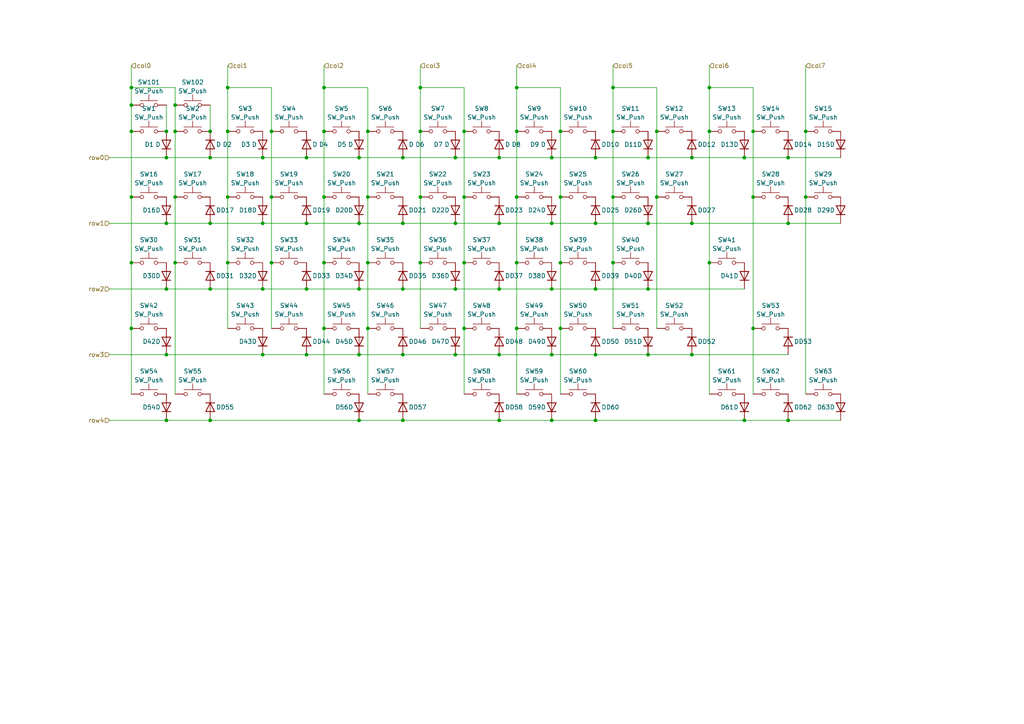
<source format=kicad_sch>
(kicad_sch (version 20211123) (generator eeschema)
  (paper "A4")
  (lib_symbols
    (symbol "Device:D" (pin_numbers hide) (pin_names (offset 1.016) hide)
      (property "Reference" "D" (at 0 2.54 0))
      (property "Value" "D" (at 0 -2.54 0))
      (symbol "D_0_1"
        (polyline (pts (xy -1.27 1.27) (xy -1.27 -1.27)) (stroke (width 0.254)))
        (polyline (pts (xy 1.27 0) (xy -1.27 0)))
        (polyline (pts (xy 1.27 1.27) (xy 1.27 -1.27) (xy -1.27 0) (xy 1.27 1.27)) (stroke (width 0.254)))
      )
      (symbol "D_1_1"
        (pin passive line (at -3.81 0 0) (length 2.54) (name "K") (number "1"))
        (pin passive line (at 3.81 0 180) (length 2.54) (name "A") (number "2"))
      )
    )
    (symbol "Switch:SW_Push" (pin_numbers hide) (pin_names (offset 1.016) hide)
      (property "Reference" "SW" (at 1.27 2.54 0))
      (property "Value" "SW_Push" (at 0 -1.524 0))
      (symbol "SW_Push_0_1"
        (circle (center -2.032 0) (radius 0.508))
        (polyline (pts (xy 0 1.27) (xy 0 3.048)))
        (polyline (pts (xy 2.54 1.27) (xy -2.54 1.27)))
        (circle (center 2.032 0) (radius 0.508))
        (pin passive line (at -5.08 0 0) (length 2.54) (name "1") (number "1"))
        (pin passive line (at 5.08 0 180) (length 2.54) (name "2") (number "2"))
      )
    )
  )
  (junction (at 48.26 45.72))
  (junction (at 50.8 38.1))
  (junction (at 149.86 95.25))
  (junction (at 116.84 102.87))
  (junction (at 172.72 45.72))
  (junction (at 66.04 57.15))
  (junction (at 172.72 64.77))
  (junction (at 121.92 57.15))
  (junction (at 116.84 121.92))
  (junction (at 66.04 76.2))
  (junction (at 104.14 121.92))
  (junction (at 106.68 95.25))
  (junction (at 88.9 64.77))
  (junction (at 48.26 83.82))
  (junction (at 48.26 102.87))
  (junction (at 134.62 76.2))
  (junction (at 149.86 76.2))
  (junction (at 162.56 57.15))
  (junction (at 132.08 64.77))
  (junction (at 93.98 38.1))
  (junction (at 60.96 83.82))
  (junction (at 50.8 30.48))
  (junction (at 160.02 102.87))
  (junction (at 233.68 38.1))
  (junction (at 50.8 57.15))
  (junction (at 93.98 95.25))
  (junction (at 218.44 95.25))
  (junction (at 48.26 38.1))
  (junction (at 134.62 95.25))
  (junction (at 66.04 38.1))
  (junction (at 48.26 121.92))
  (junction (at 121.92 76.2))
  (junction (at 172.72 102.87))
  (junction (at 60.96 38.1))
  (junction (at 50.8 76.2))
  (junction (at 218.44 57.15))
  (junction (at 106.68 76.2))
  (junction (at 218.44 38.1))
  (junction (at 60.96 64.77))
  (junction (at 144.78 102.87))
  (junction (at 121.92 38.1))
  (junction (at 160.02 121.92))
  (junction (at 104.14 83.82))
  (junction (at 160.02 64.77))
  (junction (at 38.1 38.1))
  (junction (at 162.56 95.25))
  (junction (at 200.66 64.77))
  (junction (at 106.68 57.15))
  (junction (at 177.8 38.1))
  (junction (at 104.14 102.87))
  (junction (at 187.96 45.72))
  (junction (at 177.8 25.4))
  (junction (at 48.26 64.77))
  (junction (at 144.78 121.92))
  (junction (at 76.2 64.77))
  (junction (at 116.84 64.77))
  (junction (at 205.74 25.4))
  (junction (at 228.6 64.77))
  (junction (at 144.78 45.72))
  (junction (at 190.5 38.1))
  (junction (at 88.9 83.82))
  (junction (at 177.8 76.2))
  (junction (at 200.66 102.87))
  (junction (at 228.6 121.92))
  (junction (at 76.2 45.72))
  (junction (at 228.6 45.72))
  (junction (at 66.04 25.4))
  (junction (at 149.86 25.4))
  (junction (at 149.86 38.1))
  (junction (at 187.96 102.87))
  (junction (at 132.08 102.87))
  (junction (at 116.84 45.72))
  (junction (at 78.74 38.1))
  (junction (at 149.86 57.15))
  (junction (at 187.96 83.82))
  (junction (at 200.66 45.72))
  (junction (at 38.1 25.4))
  (junction (at 93.98 25.4))
  (junction (at 205.74 38.1))
  (junction (at 134.62 57.15))
  (junction (at 215.9 121.92))
  (junction (at 132.08 83.82))
  (junction (at 104.14 64.77))
  (junction (at 93.98 57.15))
  (junction (at 88.9 45.72))
  (junction (at 172.72 121.92))
  (junction (at 121.92 25.4))
  (junction (at 78.74 57.15))
  (junction (at 60.96 45.72))
  (junction (at 144.78 83.82))
  (junction (at 38.1 30.48))
  (junction (at 162.56 38.1))
  (junction (at 78.74 76.2))
  (junction (at 104.14 45.72))
  (junction (at 93.98 76.2))
  (junction (at 190.5 57.15))
  (junction (at 215.9 45.72))
  (junction (at 162.56 76.2))
  (junction (at 38.1 57.15))
  (junction (at 38.1 76.2))
  (junction (at 160.02 45.72))
  (junction (at 60.96 121.92))
  (junction (at 116.84 83.82))
  (junction (at 76.2 102.87))
  (junction (at 106.68 38.1))
  (junction (at 205.74 76.2))
  (junction (at 76.2 83.82))
  (junction (at 144.78 64.77))
  (junction (at 38.1 95.25))
  (junction (at 187.96 64.77))
  (junction (at 88.9 102.87))
  (junction (at 160.02 83.82))
  (junction (at 233.68 57.15))
  (junction (at 177.8 57.15))
  (junction (at 172.72 83.82))
  (junction (at 132.08 45.72))
  (junction (at 134.62 38.1))
  (wire (pts (xy 116.84 45.72) (xy 132.08 45.72)))
  (wire (pts (xy 116.84 83.82) (xy 132.08 83.82)))
  (wire (pts (xy 66.04 76.2) (xy 66.04 95.25)))
  (wire (pts (xy 149.86 76.2) (xy 149.86 95.25)))
  (wire (pts (xy 218.44 57.15) (xy 218.44 38.1)))
  (wire (pts (xy 121.92 76.2) (xy 121.92 95.25)))
  (wire (pts (xy 66.04 38.1) (xy 66.04 57.15)))
  (wire (pts (xy 48.26 45.72) (xy 60.96 45.72)))
  (wire (pts (xy 48.26 64.77) (xy 60.96 64.77)))
  (wire (pts (xy 106.68 38.1) (xy 106.68 25.4)))
  (wire (pts (xy 116.84 121.92) (xy 144.78 121.92)))
  (wire (pts (xy 38.1 95.25) (xy 38.1 114.3)))
  (wire (pts (xy 38.1 30.48) (xy 38.1 38.1)))
  (wire (pts (xy 116.84 64.77) (xy 132.08 64.77)))
  (wire (pts (xy 78.74 25.4) (xy 66.04 25.4)))
  (wire (pts (xy 50.8 38.1) (xy 50.8 57.15)))
  (wire (pts (xy 144.78 102.87) (xy 160.02 102.87)))
  (wire (pts (xy 104.14 102.87) (xy 116.84 102.87)))
  (wire (pts (xy 121.92 25.4) (xy 121.92 38.1)))
  (wire (pts (xy 160.02 102.87) (xy 172.72 102.87)))
  (wire (pts (xy 60.96 83.82) (xy 76.2 83.82)))
  (wire (pts (xy 50.8 76.2) (xy 50.8 114.3)))
  (wire (pts (xy 38.1 38.1) (xy 38.1 57.15)))
  (wire (pts (xy 144.78 121.92) (xy 160.02 121.92)))
  (wire (pts (xy 38.1 25.4) (xy 38.1 30.48)))
  (wire (pts (xy 76.2 83.82) (xy 88.9 83.82)))
  (wire (pts (xy 106.68 95.25) (xy 106.68 76.2)))
  (wire (pts (xy 205.74 25.4) (xy 205.74 38.1)))
  (wire (pts (xy 187.96 83.82) (xy 215.9 83.82)))
  (wire (pts (xy 228.6 45.72) (xy 243.84 45.72)))
  (wire (pts (xy 160.02 121.92) (xy 172.72 121.92)))
  (wire (pts (xy 233.68 57.15) (xy 233.68 114.3)))
  (wire (pts (xy 38.1 19.05) (xy 38.1 25.4)))
  (wire (pts (xy 144.78 45.72) (xy 160.02 45.72)))
  (wire (pts (xy 162.56 38.1) (xy 162.56 25.4)))
  (wire (pts (xy 31.75 121.92) (xy 48.26 121.92)))
  (wire (pts (xy 31.75 64.77) (xy 48.26 64.77)))
  (wire (pts (xy 190.5 25.4) (xy 177.8 25.4)))
  (wire (pts (xy 50.8 25.4) (xy 50.8 30.48)))
  (wire (pts (xy 160.02 83.82) (xy 172.72 83.82)))
  (wire (pts (xy 187.96 102.87) (xy 200.66 102.87)))
  (wire (pts (xy 31.75 102.87) (xy 48.26 102.87)))
  (wire (pts (xy 132.08 102.87) (xy 144.78 102.87)))
  (wire (pts (xy 104.14 121.92) (xy 116.84 121.92)))
  (wire (pts (xy 205.74 19.05) (xy 205.74 25.4)))
  (wire (pts (xy 149.86 25.4) (xy 149.86 38.1)))
  (wire (pts (xy 205.74 38.1) (xy 205.74 76.2)))
  (wire (pts (xy 233.68 38.1) (xy 233.68 57.15)))
  (wire (pts (xy 134.62 57.15) (xy 134.62 38.1)))
  (wire (pts (xy 121.92 19.05) (xy 121.92 25.4)))
  (wire (pts (xy 66.04 57.15) (xy 66.04 76.2)))
  (wire (pts (xy 149.86 57.15) (xy 149.86 76.2)))
  (wire (pts (xy 215.9 45.72) (xy 228.6 45.72)))
  (wire (pts (xy 218.44 114.3) (xy 218.44 95.25)))
  (wire (pts (xy 162.56 76.2) (xy 162.56 57.15)))
  (wire (pts (xy 134.62 38.1) (xy 134.62 25.4)))
  (wire (pts (xy 177.8 76.2) (xy 177.8 95.25)))
  (wire (pts (xy 60.96 30.48) (xy 60.96 38.1)))
  (wire (pts (xy 172.72 64.77) (xy 187.96 64.77)))
  (wire (pts (xy 134.62 25.4) (xy 121.92 25.4)))
  (wire (pts (xy 190.5 57.15) (xy 190.5 38.1)))
  (wire (pts (xy 88.9 83.82) (xy 104.14 83.82)))
  (wire (pts (xy 93.98 19.05) (xy 93.98 25.4)))
  (wire (pts (xy 177.8 57.15) (xy 177.8 76.2)))
  (wire (pts (xy 134.62 76.2) (xy 134.62 57.15)))
  (wire (pts (xy 218.44 38.1) (xy 218.44 25.4)))
  (wire (pts (xy 60.96 64.77) (xy 76.2 64.77)))
  (wire (pts (xy 104.14 64.77) (xy 116.84 64.77)))
  (wire (pts (xy 104.14 45.72) (xy 116.84 45.72)))
  (wire (pts (xy 228.6 64.77) (xy 243.84 64.77)))
  (wire (pts (xy 172.72 121.92) (xy 215.9 121.92)))
  (wire (pts (xy 134.62 95.25) (xy 134.62 76.2)))
  (wire (pts (xy 121.92 57.15) (xy 121.92 76.2)))
  (wire (pts (xy 187.96 64.77) (xy 200.66 64.77)))
  (wire (pts (xy 106.68 76.2) (xy 106.68 57.15)))
  (wire (pts (xy 200.66 102.87) (xy 228.6 102.87)))
  (wire (pts (xy 106.68 25.4) (xy 93.98 25.4)))
  (wire (pts (xy 50.8 57.15) (xy 50.8 76.2)))
  (wire (pts (xy 38.1 25.4) (xy 50.8 25.4)))
  (wire (pts (xy 218.44 57.15) (xy 218.44 95.25)))
  (wire (pts (xy 200.66 64.77) (xy 228.6 64.77)))
  (wire (pts (xy 78.74 38.1) (xy 78.74 25.4)))
  (wire (pts (xy 76.2 64.77) (xy 88.9 64.77)))
  (wire (pts (xy 48.26 102.87) (xy 76.2 102.87)))
  (wire (pts (xy 31.75 45.72) (xy 48.26 45.72)))
  (wire (pts (xy 144.78 83.82) (xy 160.02 83.82)))
  (wire (pts (xy 38.1 76.2) (xy 38.1 95.25)))
  (wire (pts (xy 215.9 121.92) (xy 228.6 121.92)))
  (wire (pts (xy 78.74 95.25) (xy 78.74 76.2)))
  (wire (pts (xy 60.96 45.72) (xy 76.2 45.72)))
  (wire (pts (xy 93.98 76.2) (xy 93.98 95.25)))
  (wire (pts (xy 106.68 114.3) (xy 106.68 95.25)))
  (wire (pts (xy 132.08 45.72) (xy 144.78 45.72)))
  (wire (pts (xy 200.66 45.72) (xy 215.9 45.72)))
  (wire (pts (xy 177.8 25.4) (xy 177.8 38.1)))
  (wire (pts (xy 162.56 95.25) (xy 162.56 76.2)))
  (wire (pts (xy 149.86 95.25) (xy 149.86 114.3)))
  (wire (pts (xy 50.8 30.48) (xy 50.8 38.1)))
  (wire (pts (xy 228.6 121.92) (xy 243.84 121.92)))
  (wire (pts (xy 190.5 57.15) (xy 190.5 95.25)))
  (wire (pts (xy 76.2 45.72) (xy 88.9 45.72)))
  (wire (pts (xy 149.86 38.1) (xy 149.86 57.15)))
  (wire (pts (xy 78.74 57.15) (xy 78.74 38.1)))
  (wire (pts (xy 76.2 102.87) (xy 88.9 102.87)))
  (wire (pts (xy 66.04 25.4) (xy 66.04 38.1)))
  (wire (pts (xy 190.5 38.1) (xy 190.5 25.4)))
  (wire (pts (xy 132.08 83.82) (xy 144.78 83.82)))
  (wire (pts (xy 121.92 38.1) (xy 121.92 57.15)))
  (wire (pts (xy 162.56 114.3) (xy 162.56 95.25)))
  (wire (pts (xy 160.02 64.77) (xy 172.72 64.77)))
  (wire (pts (xy 88.9 45.72) (xy 104.14 45.72)))
  (wire (pts (xy 93.98 38.1) (xy 93.98 57.15)))
  (wire (pts (xy 93.98 25.4) (xy 93.98 38.1)))
  (wire (pts (xy 177.8 19.05) (xy 177.8 25.4)))
  (wire (pts (xy 205.74 76.2) (xy 205.74 114.3)))
  (wire (pts (xy 104.14 83.82) (xy 116.84 83.82)))
  (wire (pts (xy 134.62 114.3) (xy 134.62 95.25)))
  (wire (pts (xy 60.96 121.92) (xy 104.14 121.92)))
  (wire (pts (xy 48.26 121.92) (xy 60.96 121.92)))
  (wire (pts (xy 38.1 57.15) (xy 38.1 76.2)))
  (wire (pts (xy 162.56 57.15) (xy 162.56 38.1)))
  (wire (pts (xy 172.72 83.82) (xy 187.96 83.82)))
  (wire (pts (xy 31.75 83.82) (xy 48.26 83.82)))
  (wire (pts (xy 144.78 64.77) (xy 160.02 64.77)))
  (wire (pts (xy 187.96 45.72) (xy 200.66 45.72)))
  (wire (pts (xy 177.8 38.1) (xy 177.8 57.15)))
  (wire (pts (xy 116.84 102.87) (xy 132.08 102.87)))
  (wire (pts (xy 48.26 30.48) (xy 48.26 38.1)))
  (wire (pts (xy 160.02 45.72) (xy 172.72 45.72)))
  (wire (pts (xy 93.98 57.15) (xy 93.98 76.2)))
  (wire (pts (xy 132.08 64.77) (xy 144.78 64.77)))
  (wire (pts (xy 88.9 64.77) (xy 104.14 64.77)))
  (wire (pts (xy 218.44 25.4) (xy 205.74 25.4)))
  (wire (pts (xy 172.72 102.87) (xy 187.96 102.87)))
  (wire (pts (xy 149.86 19.05) (xy 149.86 25.4)))
  (wire (pts (xy 106.68 57.15) (xy 106.68 38.1)))
  (wire (pts (xy 48.26 83.82) (xy 60.96 83.82)))
  (wire (pts (xy 88.9 102.87) (xy 104.14 102.87)))
  (wire (pts (xy 93.98 95.25) (xy 93.98 114.3)))
  (wire (pts (xy 233.68 19.05) (xy 233.68 38.1)))
  (wire (pts (xy 66.04 19.05) (xy 66.04 25.4)))
  (wire (pts (xy 78.74 76.2) (xy 78.74 57.15)))
  (wire (pts (xy 162.56 25.4) (xy 149.86 25.4)))
  (wire (pts (xy 172.72 45.72) (xy 187.96 45.72)))
  (hierarchical_label "row2" (shape input) (at 31.75 83.82 180))
  (hierarchical_label "col6" (shape input) (at 205.74 19.05 0))
  (hierarchical_label "col3" (shape input) (at 121.92 19.05 0))
  (hierarchical_label "col1" (shape input) (at 66.04 19.05 0))
  (hierarchical_label "row1" (shape input) (at 31.75 64.77 180))
  (hierarchical_label "col7" (shape input) (at 233.68 19.05 0))
  (hierarchical_label "col0" (shape input) (at 38.1 19.05 0))
  (hierarchical_label "col4" (shape input) (at 149.86 19.05 0))
  (hierarchical_label "row4" (shape input) (at 31.75 121.92 180))
  (hierarchical_label "col5" (shape input) (at 177.8 19.05 0))
  (hierarchical_label "row0" (shape input) (at 31.75 45.72 180))
  (hierarchical_label "row3" (shape input) (at 31.75 102.87 180))
  (hierarchical_label "col2" (shape input) (at 93.98 19.05 0))
  (symbol (lib_id "Switch:SW_Push") (at 154.94 38.1 0) (unit 1)
    (property "Reference" "SW9" (at 154.94 31.4792 0))
    (property "Value" "SW_Push" (at 154.94 34.0161 0))
    (property "Footprint" "footprint:CherryMX_Hotswap" (effects hide))
  )
  (symbol (lib_id "Switch:SW_Push") (at 154.94 114.3 0) (unit 1)
    (property "Reference" "SW59" (at 154.94 107.6792 0))
    (property "Value" "SW_Push" (at 154.94 110.2161 0))
    (property "Footprint" "footprint:CherryMX_Hotswap_1.25U" (effects hide))
  )
  (symbol (lib_id "Device:D") (at 76.2 41.91 90) (unit 1)
    (property "Reference" "D3" (at 71.2302 41.91 90))
    (property "Value" "D" (at 73.7671 41.91 90))
    (property "Footprint" "footprint:D3_SMD_orig" (effects hide))
  )
  (symbol (lib_id "Device:D") (at 172.72 60.96 270) (unit 1)
    (property "Reference" "D25" (at 177.6898 60.96 90))
    (property "Value" "D" (at 175.1529 60.96 90))
    (property "Footprint" "footprint:D3_SMD_orig" (effects hide))
  )
  (symbol (lib_id "Device:D") (at 88.9 99.06 270) (unit 1)
    (property "Reference" "D44" (at 93.8698 99.06 90))
    (property "Value" "D" (at 91.3329 99.06 90))
    (property "Footprint" "footprint:D3_SMD_orig" (effects hide))
  )
  (symbol (lib_id "Switch:SW_Push") (at 195.58 57.15 0) (unit 1)
    (property "Reference" "SW27" (at 195.58 50.5292 0))
    (property "Value" "SW_Push" (at 195.58 53.0661 0))
    (property "Footprint" "footprint:CherryMX_Hotswap_1.5u" (effects hide))
  )
  (symbol (lib_id "Switch:SW_Push") (at 223.52 95.25 0) (unit 1)
    (property "Reference" "SW53" (at 223.52 88.6292 0))
    (property "Value" "SW_Push" (at 223.52 91.1661 0))
    (property "Footprint" "footprint:CherryMX_Hotswap" (effects hide))
  )
  (symbol (lib_id "Device:D") (at 144.78 41.91 270) (unit 1)
    (property "Reference" "D8" (at 149.7498 41.91 90))
    (property "Value" "D" (at 147.2129 41.91 90))
    (property "Footprint" "footprint:D3_SMD_orig" (effects hide))
  )
  (symbol (lib_id "Device:D") (at 144.78 60.96 270) (unit 1)
    (property "Reference" "D23" (at 149.7498 60.96 90))
    (property "Value" "D" (at 147.2129 60.96 90))
    (property "Footprint" "footprint:D3_SMD_orig" (effects hide))
  )
  (symbol (lib_id "Device:D") (at 132.08 60.96 90) (unit 1)
    (property "Reference" "D22" (at 127.1102 60.96 90))
    (property "Value" "D" (at 129.6471 60.96 90))
    (property "Footprint" "footprint:D3_SMD_orig" (effects hide))
  )
  (symbol (lib_id "Switch:SW_Push") (at 83.82 95.25 0) (unit 1)
    (property "Reference" "SW44" (at 83.82 88.6292 0))
    (property "Value" "SW_Push" (at 83.82 91.1661 0))
    (property "Footprint" "footprint:CherryMX_Hotswap" (effects hide))
  )
  (symbol (lib_id "Device:D") (at 215.9 118.11 90) (unit 1)
    (property "Reference" "D61" (at 210.9302 118.11 90))
    (property "Value" "D" (at 213.4671 118.11 90))
    (property "Footprint" "footprint:D3_SMD_orig" (effects hide))
  )
  (symbol (lib_id "Switch:SW_Push") (at 43.18 38.1 0) (unit 1)
    (property "Reference" "SW1" (at 43.18 31.4792 0))
    (property "Value" "SW_Push" (at 43.18 34.0161 0))
    (property "Footprint" "footprint:CherryMX_Hotswap" (effects hide))
  )
  (symbol (lib_id "Switch:SW_Push") (at 167.64 95.25 0) (unit 1)
    (property "Reference" "SW50" (at 167.64 88.6292 0))
    (property "Value" "SW_Push" (at 167.64 91.1661 0))
    (property "Footprint" "footprint:CherryMX_Hotswap" (effects hide))
  )
  (symbol (lib_id "Switch:SW_Push") (at 55.88 30.48 0) (unit 1)
    (property "Reference" "SW102" (at 55.88 23.8592 0))
    (property "Value" "SW_Push" (at 55.88 26.3961 0))
    (property "Footprint" "Marby_Library:CherryMXOnly_1U" (effects hide))
  )
  (symbol (lib_id "Switch:SW_Push") (at 223.52 114.3 0) (unit 1)
    (property "Reference" "SW62" (at 223.52 107.6792 0))
    (property "Value" "SW_Push" (at 223.52 110.2161 0))
    (property "Footprint" "footprint:CherryMX_Hotswap" (effects hide))
  )
  (symbol (lib_id "Switch:SW_Push") (at 195.58 38.1 0) (unit 1)
    (property "Reference" "SW12" (at 195.58 31.4792 0))
    (property "Value" "SW_Push" (at 195.58 34.0161 0))
    (property "Footprint" "footprint:CherryMX_Hotswap" (effects hide))
  )
  (symbol (lib_id "Device:D") (at 243.84 60.96 90) (unit 1)
    (property "Reference" "D29" (at 238.8702 60.96 90))
    (property "Value" "D" (at 241.4071 60.96 90))
    (property "Footprint" "footprint:D3_SMD_orig" (effects hide))
  )
  (symbol (lib_id "Switch:SW_Push") (at 167.64 114.3 0) (unit 1)
    (property "Reference" "SW60" (at 167.64 107.6792 0))
    (property "Value" "SW_Push" (at 167.64 110.2161 0))
    (property "Footprint" "footprint:CherryMX_Hotswap_1.25U" (effects hide))
  )
  (symbol (lib_id "Device:D") (at 60.96 80.01 270) (unit 1)
    (property "Reference" "D31" (at 65.9298 80.01 90))
    (property "Value" "D" (at 63.3929 80.01 90))
    (property "Footprint" "footprint:D3_SMD_orig" (effects hide))
  )
  (symbol (lib_id "Device:D") (at 243.84 118.11 90) (unit 1)
    (property "Reference" "D63" (at 238.8702 118.11 90))
    (property "Value" "D" (at 241.4071 118.11 90))
    (property "Footprint" "footprint:D3_SMD_orig" (effects hide))
  )
  (symbol (lib_id "Switch:SW_Push") (at 71.12 38.1 0) (unit 1)
    (property "Reference" "SW3" (at 71.12 31.4792 0))
    (property "Value" "SW_Push" (at 71.12 34.0161 0))
    (property "Footprint" "footprint:CherryMX_Hotswap" (effects hide))
  )
  (symbol (lib_id "Device:D") (at 160.02 60.96 90) (unit 1)
    (property "Reference" "D24" (at 155.0502 60.96 90))
    (property "Value" "D" (at 157.5871 60.96 90))
    (property "Footprint" "footprint:D3_SMD_orig" (effects hide))
  )
  (symbol (lib_id "Switch:SW_Push") (at 99.06 95.25 0) (unit 1)
    (property "Reference" "SW45" (at 99.06 88.6292 0))
    (property "Value" "SW_Push" (at 99.06 91.1661 0))
    (property "Footprint" "footprint:CherryMX_Hotswap" (effects hide))
  )
  (symbol (lib_id "Device:D") (at 48.26 60.96 90) (unit 1)
    (property "Reference" "D16" (at 43.2902 60.96 90))
    (property "Value" "D" (at 45.8271 60.96 90))
    (property "Footprint" "footprint:D3_SMD_orig" (effects hide))
  )
  (symbol (lib_id "Device:D") (at 116.84 60.96 270) (unit 1)
    (property "Reference" "D21" (at 121.8098 60.96 90))
    (property "Value" "D" (at 119.2729 60.96 90))
    (property "Footprint" "footprint:D3_SMD_orig" (effects hide))
  )
  (symbol (lib_id "Device:D") (at 172.72 99.06 270) (unit 1)
    (property "Reference" "D50" (at 177.6898 99.06 90))
    (property "Value" "D" (at 175.1529 99.06 90))
    (property "Footprint" "footprint:D3_SMD_orig" (effects hide))
  )
  (symbol (lib_id "Device:D") (at 200.66 60.96 270) (unit 1)
    (property "Reference" "D27" (at 205.6298 60.96 90))
    (property "Value" "D" (at 203.0929 60.96 90))
    (property "Footprint" "footprint:D3_SMD_orig" (effects hide))
  )
  (symbol (lib_id "Switch:SW_Push") (at 43.18 30.48 0) (unit 1)
    (property "Reference" "SW101" (at 43.18 23.8592 0))
    (property "Value" "SW_Push" (at 43.18 26.3961 0))
    (property "Footprint" "Marby_Library:CherryMXOnly_1U" (effects hide))
  )
  (symbol (lib_id "Switch:SW_Push") (at 182.88 57.15 0) (unit 1)
    (property "Reference" "SW26" (at 182.88 50.5292 0))
    (property "Value" "SW_Push" (at 182.88 53.0661 0))
    (property "Footprint" "footprint:CherryMX_Hotswap" (effects hide))
  )
  (symbol (lib_id "Switch:SW_Push") (at 111.76 76.2 0) (unit 1)
    (property "Reference" "SW35" (at 111.76 69.5792 0))
    (property "Value" "SW_Push" (at 111.76 72.1161 0))
    (property "Footprint" "footprint:CherryMX_Hotswap" (effects hide))
  )
  (symbol (lib_id "Switch:SW_Push") (at 238.76 38.1 0) (unit 1)
    (property "Reference" "SW15" (at 238.76 31.4792 0))
    (property "Value" "SW_Push" (at 238.76 34.0161 0))
    (property "Footprint" "footprint:CherryMX_Hotswap" (effects hide))
  )
  (symbol (lib_id "Switch:SW_Push") (at 71.12 95.25 0) (unit 1)
    (property "Reference" "SW43" (at 71.12 88.6292 0))
    (property "Value" "SW_Push" (at 71.12 91.1661 0))
    (property "Footprint" "footprint:CherryMX_Hotswap" (effects hide))
  )
  (symbol (lib_id "Device:D") (at 104.14 118.11 90) (unit 1)
    (property "Reference" "D56" (at 99.1702 118.11 90))
    (property "Value" "D" (at 101.7071 118.11 90))
    (property "Footprint" "footprint:D3_SMD_orig" (effects hide))
  )
  (symbol (lib_id "Device:D") (at 144.78 99.06 270) (unit 1)
    (property "Reference" "D48" (at 149.7498 99.06 90))
    (property "Value" "D" (at 147.2129 99.06 90))
    (property "Footprint" "footprint:D3_SMD_orig" (effects hide))
  )
  (symbol (lib_id "Switch:SW_Push") (at 99.06 38.1 0) (unit 1)
    (property "Reference" "SW5" (at 99.06 31.4792 0))
    (property "Value" "SW_Push" (at 99.06 34.0161 0))
    (property "Footprint" "footprint:CherryMX_Hotswap" (effects hide))
  )
  (symbol (lib_id "Switch:SW_Push") (at 55.88 57.15 0) (unit 1)
    (property "Reference" "SW17" (at 55.88 50.5292 0))
    (property "Value" "SW_Push" (at 55.88 53.0661 0))
    (property "Footprint" "footprint:CherryMX_Hotswap" (effects hide))
  )
  (symbol (lib_id "Device:D") (at 187.96 60.96 90) (unit 1)
    (property "Reference" "D26" (at 182.9902 60.96 90))
    (property "Value" "D" (at 185.5271 60.96 90))
    (property "Footprint" "footprint:D3_SMD_orig" (effects hide))
  )
  (symbol (lib_id "Switch:SW_Push") (at 99.06 114.3 0) (unit 1)
    (property "Reference" "SW56" (at 99.06 107.6792 0))
    (property "Value" "SW_Push" (at 99.06 110.2161 0))
    (property "Footprint" "footprint:CherryMX_Hotswap_1.25U" (effects hide))
  )
  (symbol (lib_id "Switch:SW_Push") (at 99.06 57.15 0) (unit 1)
    (property "Reference" "SW20" (at 99.06 50.5292 0))
    (property "Value" "SW_Push" (at 99.06 53.0661 0))
    (property "Footprint" "footprint:CherryMX_Hotswap" (effects hide))
  )
  (symbol (lib_id "Switch:SW_Push") (at 223.52 57.15 0) (unit 1)
    (property "Reference" "SW28" (at 223.52 50.5292 0))
    (property "Value" "SW_Push" (at 223.52 53.0661 0))
    (property "Footprint" "footprint:CherryMX_Hotswap" (effects hide))
  )
  (symbol (lib_id "Switch:SW_Push") (at 154.94 76.2 0) (unit 1)
    (property "Reference" "SW38" (at 154.94 69.5792 0))
    (property "Value" "SW_Push" (at 154.94 72.1161 0))
    (property "Footprint" "footprint:CherryMX_Hotswap" (effects hide))
  )
  (symbol (lib_id "Device:D") (at 200.66 99.06 270) (unit 1)
    (property "Reference" "D52" (at 205.6298 99.06 90))
    (property "Value" "D" (at 203.0929 99.06 90))
    (property "Footprint" "footprint:D3_SMD_orig" (effects hide))
  )
  (symbol (lib_id "Device:D") (at 172.72 41.91 270) (unit 1)
    (property "Reference" "D10" (at 177.6898 41.91 90))
    (property "Value" "D" (at 175.1529 41.91 90))
    (property "Footprint" "footprint:D3_SMD_orig" (effects hide))
  )
  (symbol (lib_id "Switch:SW_Push") (at 43.18 76.2 0) (unit 1)
    (property "Reference" "SW30" (at 43.18 69.5792 0))
    (property "Value" "SW_Push" (at 43.18 72.1161 0))
    (property "Footprint" "footprint:CherryMX_Hotswap_1.75u" (effects hide))
  )
  (symbol (lib_id "Device:D") (at 228.6 60.96 270) (unit 1)
    (property "Reference" "D28" (at 233.5698 60.96 90))
    (property "Value" "D" (at 231.0329 60.96 90))
    (property "Footprint" "footprint:D3_SMD_orig" (effects hide))
  )
  (symbol (lib_id "Device:D") (at 160.02 99.06 90) (unit 1)
    (property "Reference" "D49" (at 155.0502 99.06 90))
    (property "Value" "D" (at 157.5871 99.06 90))
    (property "Footprint" "footprint:D3_SMD_orig" (effects hide))
  )
  (symbol (lib_id "Device:D") (at 76.2 99.06 90) (unit 1)
    (property "Reference" "D43" (at 71.2302 99.06 90))
    (property "Value" "D" (at 73.7671 99.06 90))
    (property "Footprint" "footprint:D3_SMD_orig" (effects hide))
  )
  (symbol (lib_id "Device:D") (at 76.2 60.96 90) (unit 1)
    (property "Reference" "D18" (at 71.2302 60.96 90))
    (property "Value" "D" (at 73.7671 60.96 90))
    (property "Footprint" "footprint:D3_SMD_orig" (effects hide))
  )
  (symbol (lib_id "Device:D") (at 215.9 80.01 90) (unit 1)
    (property "Reference" "D41" (at 210.9302 80.01 90))
    (property "Value" "D" (at 213.4671 80.01 90))
    (property "Footprint" "footprint:D3_SMD_orig" (effects hide))
  )
  (symbol (lib_id "Device:D") (at 228.6 118.11 270) (unit 1)
    (property "Reference" "D62" (at 233.5698 118.11 90))
    (property "Value" "D" (at 231.0329 118.11 90))
    (property "Footprint" "footprint:D3_SMD_orig" (effects hide))
  )
  (symbol (lib_id "Device:D") (at 60.96 41.91 270) (unit 1)
    (property "Reference" "D2" (at 65.9298 41.91 90))
    (property "Value" "D" (at 63.3929 41.91 90))
    (property "Footprint" "footprint:D3_SMD_orig" (effects hide))
  )
  (symbol (lib_id "Device:D") (at 104.14 99.06 90) (unit 1)
    (property "Reference" "D45" (at 99.1702 99.06 90))
    (property "Value" "D" (at 101.7071 99.06 90))
    (property "Footprint" "footprint:D3_SMD_orig" (effects hide))
  )
  (symbol (lib_id "Switch:SW_Push") (at 55.88 76.2 0) (unit 1)
    (property "Reference" "SW31" (at 55.88 69.5792 0))
    (property "Value" "SW_Push" (at 55.88 72.1161 0))
    (property "Footprint" "footprint:CherryMX_Hotswap" (effects hide))
  )
  (symbol (lib_id "Device:D") (at 200.66 41.91 270) (unit 1)
    (property "Reference" "D12" (at 205.6298 41.91 90))
    (property "Value" "D" (at 203.0929 41.91 90))
    (property "Footprint" "footprint:D3_SMD_orig" (effects hide))
  )
  (symbol (lib_id "Device:D") (at 88.9 41.91 270) (unit 1)
    (property "Reference" "D4" (at 93.8698 41.91 90))
    (property "Value" "D" (at 91.3329 41.91 90))
    (property "Footprint" "footprint:D3_SMD_orig" (effects hide))
  )
  (symbol (lib_id "Device:D") (at 228.6 41.91 270) (unit 1)
    (property "Reference" "D14" (at 233.5698 41.91 90))
    (property "Value" "D" (at 231.0329 41.91 90))
    (property "Footprint" "footprint:D3_SMD_orig" (effects hide))
  )
  (symbol (lib_id "Device:D") (at 116.84 118.11 270) (unit 1)
    (property "Reference" "D57" (at 121.8098 118.11 90))
    (property "Value" "D" (at 119.2729 118.11 90))
    (property "Footprint" "footprint:D3_SMD_orig" (effects hide))
  )
  (symbol (lib_id "Switch:SW_Push") (at 238.76 57.15 0) (unit 1)
    (property "Reference" "SW29" (at 238.76 50.5292 0))
    (property "Value" "SW_Push" (at 238.76 53.0661 0))
    (property "Footprint" "footprint:CherryMX_Hotswap" (effects hide))
  )
  (symbol (lib_id "Switch:SW_Push") (at 238.76 114.3 0) (unit 1)
    (property "Reference" "SW63" (at 238.76 107.6792 0))
    (property "Value" "SW_Push" (at 238.76 110.2161 0))
    (property "Footprint" "footprint:CherryMX_Hotswap" (effects hide))
  )
  (symbol (lib_id "Switch:SW_Push") (at 55.88 38.1 0) (unit 1)
    (property "Reference" "SW2" (at 55.88 31.4792 0))
    (property "Value" "SW_Push" (at 55.88 34.0161 0))
    (property "Footprint" "footprint:CherryMX_Hotswap" (effects hide))
  )
  (symbol (lib_id "Device:D") (at 172.72 118.11 270) (unit 1)
    (property "Reference" "D60" (at 177.6898 118.11 90))
    (property "Value" "D" (at 175.1529 118.11 90))
    (property "Footprint" "footprint:D3_SMD_orig" (effects hide))
  )
  (symbol (lib_id "Device:D") (at 187.96 41.91 90) (unit 1)
    (property "Reference" "D11" (at 182.9902 41.91 90))
    (property "Value" "D" (at 185.5271 41.91 90))
    (property "Footprint" "footprint:D3_SMD_orig" (effects hide))
  )
  (symbol (lib_id "Switch:SW_Push") (at 71.12 76.2 0) (unit 1)
    (property "Reference" "SW32" (at 71.12 69.5792 0))
    (property "Value" "SW_Push" (at 71.12 72.1161 0))
    (property "Footprint" "footprint:CherryMX_Hotswap" (effects hide))
  )
  (symbol (lib_id "Device:D") (at 187.96 80.01 90) (unit 1)
    (property "Reference" "D40" (at 182.9902 80.01 90))
    (property "Value" "D" (at 185.5271 80.01 90))
    (property "Footprint" "footprint:D3_SMD_orig" (effects hide))
  )
  (symbol (lib_id "Switch:SW_Push") (at 139.7 57.15 0) (unit 1)
    (property "Reference" "SW23" (at 139.7 50.5292 0))
    (property "Value" "SW_Push" (at 139.7 53.0661 0))
    (property "Footprint" "footprint:CherryMX_Hotswap" (effects hide))
  )
  (symbol (lib_id "Switch:SW_Push") (at 111.76 38.1 0) (unit 1)
    (property "Reference" "SW6" (at 111.76 31.4792 0))
    (property "Value" "SW_Push" (at 111.76 34.0161 0))
    (property "Footprint" "footprint:CherryMX_Hotswap" (effects hide))
  )
  (symbol (lib_id "Device:D") (at 48.26 118.11 90) (unit 1)
    (property "Reference" "D54" (at 43.2902 118.11 90))
    (property "Value" "D" (at 45.8271 118.11 90))
    (property "Footprint" "footprint:D3_SMD_orig" (effects hide))
  )
  (symbol (lib_id "Switch:SW_Push") (at 127 95.25 0) (unit 1)
    (property "Reference" "SW47" (at 127 88.6292 0))
    (property "Value" "SW_Push" (at 127 91.1661 0))
    (property "Footprint" "footprint:CherryMX_Hotswap" (effects hide))
  )
  (symbol (lib_id "Device:D") (at 116.84 80.01 270) (unit 1)
    (property "Reference" "D35" (at 121.8098 80.01 90))
    (property "Value" "D" (at 119.2729 80.01 90))
    (property "Footprint" "footprint:D3_SMD_orig" (effects hide))
  )
  (symbol (lib_id "Device:D") (at 76.2 80.01 90) (unit 1)
    (property "Reference" "D32" (at 71.2302 80.01 90))
    (property "Value" "D" (at 73.7671 80.01 90))
    (property "Footprint" "footprint:D3_SMD_orig" (effects hide))
  )
  (symbol (lib_id "Device:D") (at 144.78 80.01 270) (unit 1)
    (property "Reference" "D37" (at 149.7498 80.01 90))
    (property "Value" "D" (at 147.2129 80.01 90))
    (property "Footprint" "footprint:D3_SMD_orig" (effects hide))
  )
  (symbol (lib_id "Device:D") (at 88.9 60.96 270) (unit 1)
    (property "Reference" "D19" (at 93.8698 60.96 90))
    (property "Value" "D" (at 91.3329 60.96 90))
    (property "Footprint" "footprint:D3_SMD_orig" (effects hide))
  )
  (symbol (lib_id "Switch:SW_Push") (at 127 57.15 0) (unit 1)
    (property "Reference" "SW22" (at 127 50.5292 0))
    (property "Value" "SW_Push" (at 127 53.0661 0))
    (property "Footprint" "footprint:CherryMX_Hotswap" (effects hide))
  )
  (symbol (lib_id "Switch:SW_Push") (at 83.82 76.2 0) (unit 1)
    (property "Reference" "SW33" (at 83.82 69.5792 0))
    (property "Value" "SW_Push" (at 83.82 72.1161 0))
    (property "Footprint" "footprint:CherryMX_Hotswap" (effects hide))
  )
  (symbol (lib_id "Switch:SW_Push") (at 210.82 114.3 0) (unit 1)
    (property "Reference" "SW61" (at 210.82 107.6792 0))
    (property "Value" "SW_Push" (at 210.82 110.2161 0))
    (property "Footprint" "footprint:CherryMX_Hotswap" (effects hide))
  )
  (symbol (lib_id "Device:D") (at 160.02 80.01 90) (unit 1)
    (property "Reference" "D38" (at 155.0502 80.01 90))
    (property "Value" "D" (at 157.5871 80.01 90))
    (property "Footprint" "footprint:D3_SMD_orig" (effects hide))
  )
  (symbol (lib_id "Switch:SW_Push") (at 167.64 38.1 0) (unit 1)
    (property "Reference" "SW10" (at 167.64 31.4792 0))
    (property "Value" "SW_Push" (at 167.64 34.0161 0))
    (property "Footprint" "footprint:CherryMX_Hotswap" (effects hide))
  )
  (symbol (lib_id "Switch:SW_Push") (at 139.7 38.1 0) (unit 1)
    (property "Reference" "SW8" (at 139.7 31.4792 0))
    (property "Value" "SW_Push" (at 139.7 34.0161 0))
    (property "Footprint" "footprint:CherryMX_Hotswap" (effects hide))
  )
  (symbol (lib_id "Switch:SW_Push") (at 210.82 38.1 0) (unit 1)
    (property "Reference" "SW13" (at 210.82 31.4792 0))
    (property "Value" "SW_Push" (at 210.82 34.0161 0))
    (property "Footprint" "footprint:CherryMX_Hotswap" (effects hide))
  )
  (symbol (lib_id "Device:D") (at 132.08 41.91 90) (unit 1)
    (property "Reference" "D7" (at 127.1102 41.91 90))
    (property "Value" "D" (at 129.6471 41.91 90))
    (property "Footprint" "footprint:D3_SMD_orig" (effects hide))
  )
  (symbol (lib_id "Switch:SW_Push") (at 55.88 114.3 0) (unit 1)
    (property "Reference" "SW55" (at 55.88 107.6792 0))
    (property "Value" "SW_Push" (at 55.88 110.2161 0))
    (property "Footprint" "footprint:CherryMX_Hotswap_1.25U" (effects hide))
  )
  (symbol (lib_id "Switch:SW_Push") (at 167.64 57.15 0) (unit 1)
    (property "Reference" "SW25" (at 167.64 50.5292 0))
    (property "Value" "SW_Push" (at 167.64 53.0661 0))
    (property "Footprint" "footprint:CherryMX_Hotswap" (effects hide))
  )
  (symbol (lib_id "Device:D") (at 187.96 99.06 90) (unit 1)
    (property "Reference" "D51" (at 182.9902 99.06 90))
    (property "Value" "D" (at 185.5271 99.06 90))
    (property "Footprint" "footprint:D3_SMD_orig" (effects hide))
  )
  (symbol (lib_id "Switch:SW_Push") (at 139.7 114.3 0) (unit 1)
    (property "Reference" "SW58" (at 139.7 107.6792 0))
    (property "Value" "SW_Push" (at 139.7 110.2161 0))
    (property "Footprint" "footprint:CherryMX_Hotswap_2U_rev" (effects hide))
  )
  (symbol (lib_id "Switch:SW_Push") (at 127 76.2 0) (unit 1)
    (property "Reference" "SW36" (at 127 69.5792 0))
    (property "Value" "SW_Push" (at 127 72.1161 0))
    (property "Footprint" "footprint:CherryMX_Hotswap" (effects hide))
  )
  (symbol (lib_id "Device:D") (at 48.26 99.06 90) (unit 1)
    (property "Reference" "D42" (at 43.2902 99.06 90))
    (property "Value" "D" (at 45.8271 99.06 90))
    (property "Footprint" "footprint:D3_SMD_orig" (effects hide))
  )
  (symbol (lib_id "Switch:SW_Push") (at 43.18 57.15 0) (unit 1)
    (property "Reference" "SW16" (at 43.18 50.5292 0))
    (property "Value" "SW_Push" (at 43.18 53.0661 0))
    (property "Footprint" "footprint:CherryMX_Hotswap_1.5u" (effects hide))
  )
  (symbol (lib_id "Switch:SW_Push") (at 182.88 38.1 0) (unit 1)
    (property "Reference" "SW11" (at 182.88 31.4792 0))
    (property "Value" "SW_Push" (at 182.88 34.0161 0))
    (property "Footprint" "footprint:CherryMX_Hotswap" (effects hide))
  )
  (symbol (lib_id "Device:D") (at 160.02 41.91 90) (unit 1)
    (property "Reference" "D9" (at 155.0502 41.91 90))
    (property "Value" "D" (at 157.5871 41.91 90))
    (property "Footprint" "footprint:D3_SMD_orig" (effects hide))
  )
  (symbol (lib_id "Device:D") (at 88.9 80.01 270) (unit 1)
    (property "Reference" "D33" (at 93.8698 80.01 90))
    (property "Value" "D" (at 91.3329 80.01 90))
    (property "Footprint" "footprint:D3_SMD_orig" (effects hide))
  )
  (symbol (lib_id "Device:D") (at 116.84 99.06 270) (unit 1)
    (property "Reference" "D46" (at 121.8098 99.06 90))
    (property "Value" "D" (at 119.2729 99.06 90))
    (property "Footprint" "footprint:D3_SMD_orig" (effects hide))
  )
  (symbol (lib_id "Device:D") (at 215.9 41.91 90) (unit 1)
    (property "Reference" "D13" (at 210.9302 41.91 90))
    (property "Value" "D" (at 213.4671 41.91 90))
    (property "Footprint" "footprint:D3_SMD_orig" (effects hide))
  )
  (symbol (lib_id "Device:D") (at 132.08 99.06 90) (unit 1)
    (property "Reference" "D47" (at 127.1102 99.06 90))
    (property "Value" "D" (at 129.6471 99.06 90))
    (property "Footprint" "footprint:D3_SMD_orig" (effects hide))
  )
  (symbol (lib_id "Switch:SW_Push") (at 154.94 57.15 0) (unit 1)
    (property "Reference" "SW24" (at 154.94 50.5292 0))
    (property "Value" "SW_Push" (at 154.94 53.0661 0))
    (property "Footprint" "footprint:CherryMX_Hotswap" (effects hide))
  )
  (symbol (lib_id "Switch:SW_Push") (at 195.58 95.25 0) (unit 1)
    (property "Reference" "SW52" (at 195.58 88.6292 0))
    (property "Value" "SW_Push" (at 195.58 91.1661 0))
    (property "Footprint" "footprint:CherryMX_Hotswap" (effects hide))
  )
  (symbol (lib_id "Switch:SW_Push") (at 127 38.1 0) (unit 1)
    (property "Reference" "SW7" (at 127 31.4792 0))
    (property "Value" "SW_Push" (at 127 34.0161 0))
    (property "Footprint" "footprint:CherryMX_Hotswap" (effects hide))
  )
  (symbol (lib_id "Switch:SW_Push") (at 71.12 57.15 0) (unit 1)
    (property "Reference" "SW18" (at 71.12 50.5292 0))
    (property "Value" "SW_Push" (at 71.12 53.0661 0))
    (property "Footprint" "footprint:CherryMX_Hotswap" (effects hide))
  )
  (symbol (lib_id "Switch:SW_Push") (at 43.18 95.25 0) (unit 1)
    (property "Reference" "SW42" (at 43.18 88.6292 0))
    (property "Value" "SW_Push" (at 43.18 91.1661 0))
    (property "Footprint" "footprint:CherryMX_Hotswap_2.25U" (effects hide))
  )
  (symbol (lib_id "Switch:SW_Push") (at 111.76 114.3 0) (unit 1)
    (property "Reference" "SW57" (at 111.76 107.6792 0))
    (property "Value" "SW_Push" (at 111.76 110.2161 0))
    (property "Footprint" "footprint:CherryMX_Hotswap_2U_rev" (effects hide))
  )
  (symbol (lib_id "Switch:SW_Push") (at 83.82 57.15 0) (unit 1)
    (property "Reference" "SW19" (at 83.82 50.5292 0))
    (property "Value" "SW_Push" (at 83.82 53.0661 0))
    (property "Footprint" "footprint:CherryMX_Hotswap" (effects hide))
  )
  (symbol (lib_id "Switch:SW_Push") (at 83.82 38.1 0) (unit 1)
    (property "Reference" "SW4" (at 83.82 31.4792 0))
    (property "Value" "SW_Push" (at 83.82 34.0161 0))
    (property "Footprint" "footprint:CherryMX_Hotswap" (effects hide))
  )
  (symbol (lib_id "Device:D") (at 116.84 41.91 270) (unit 1)
    (property "Reference" "D6" (at 121.8098 41.91 90))
    (property "Value" "D" (at 119.2729 41.91 90))
    (property "Footprint" "footprint:D3_SMD_orig" (effects hide))
  )
  (symbol (lib_id "Switch:SW_Push") (at 111.76 57.15 0) (unit 1)
    (property "Reference" "SW21" (at 111.76 50.5292 0))
    (property "Value" "SW_Push" (at 111.76 53.0661 0))
    (property "Footprint" "footprint:CherryMX_Hotswap" (effects hide))
  )
  (symbol (lib_id "Device:D") (at 60.96 60.96 270) (unit 1)
    (property "Reference" "D17" (at 65.9298 60.96 90))
    (property "Value" "D" (at 63.3929 60.96 90))
    (property "Footprint" "footprint:D3_SMD_orig" (effects hide))
  )
  (symbol (lib_id "Switch:SW_Push") (at 99.06 76.2 0) (unit 1)
    (property "Reference" "SW34" (at 99.06 69.5792 0))
    (property "Value" "SW_Push" (at 99.06 72.1161 0))
    (property "Footprint" "footprint:CherryMX_Hotswap" (effects hide))
  )
  (symbol (lib_id "Device:D") (at 160.02 118.11 90) (unit 1)
    (property "Reference" "D59" (at 155.0502 118.11 90))
    (property "Value" "D" (at 157.5871 118.11 90))
    (property "Footprint" "footprint:D3_SMD_orig" (effects hide))
  )
  (symbol (lib_id "Switch:SW_Push") (at 167.64 76.2 0) (unit 1)
    (property "Reference" "SW39" (at 167.64 69.5792 0))
    (property "Value" "SW_Push" (at 167.64 72.1161 0))
    (property "Footprint" "footprint:CherryMX_Hotswap" (effects hide))
  )
  (symbol (lib_id "Device:D") (at 228.6 99.06 270) (unit 1)
    (property "Reference" "D53" (at 233.5698 99.06 90))
    (property "Value" "D" (at 231.0329 99.06 90))
    (property "Footprint" "footprint:D3_SMD_orig" (effects hide))
  )
  (symbol (lib_id "Device:D") (at 243.84 41.91 90) (unit 1)
    (property "Reference" "D15" (at 238.8702 41.91 90))
    (property "Value" "D" (at 241.4071 41.91 90))
    (property "Footprint" "footprint:D3_SMD_orig" (effects hide))
  )
  (symbol (lib_id "Switch:SW_Push") (at 182.88 95.25 0) (unit 1)
    (property "Reference" "SW51" (at 182.88 88.6292 0))
    (property "Value" "SW_Push" (at 182.88 91.1661 0))
    (property "Footprint" "footprint:CherryMX_Hotswap" (effects hide))
  )
  (symbol (lib_id "Device:D") (at 104.14 80.01 90) (unit 1)
    (property "Reference" "D34" (at 99.1702 80.01 90))
    (property "Value" "D" (at 101.7071 80.01 90))
    (property "Footprint" "footprint:D3_SMD_orig" (effects hide))
  )
  (symbol (lib_id "Switch:SW_Push") (at 154.94 95.25 0) (unit 1)
    (property "Reference" "SW49" (at 154.94 88.6292 0))
    (property "Value" "SW_Push" (at 154.94 91.1661 0))
    (property "Footprint" "footprint:CherryMX_Hotswap" (effects hide))
  )
  (symbol (lib_id "Device:D") (at 172.72 80.01 270) (unit 1)
    (property "Reference" "D39" (at 177.6898 80.01 90))
    (property "Value" "D" (at 175.1529 80.01 90))
    (property "Footprint" "footprint:D3_SMD_orig" (effects hide))
  )
  (symbol (lib_id "Device:D") (at 48.26 80.01 90) (unit 1)
    (property "Reference" "D30" (at 43.2902 80.01 90))
    (property "Value" "D" (at 45.8271 80.01 90))
    (property "Footprint" "footprint:D3_SMD_orig" (effects hide))
  )
  (symbol (lib_id "Switch:SW_Push") (at 111.76 95.25 0) (unit 1)
    (property "Reference" "SW46" (at 111.76 88.6292 0))
    (property "Value" "SW_Push" (at 111.76 91.1661 0))
    (property "Footprint" "footprint:CherryMX_Hotswap" (effects hide))
  )
  (symbol (lib_id "Switch:SW_Push") (at 139.7 95.25 0) (unit 1)
    (property "Reference" "SW48" (at 139.7 88.6292 0))
    (property "Value" "SW_Push" (at 139.7 91.1661 0))
    (property "Footprint" "footprint:CherryMX_Hotswap" (effects hide))
  )
  (symbol (lib_id "Switch:SW_Push") (at 210.82 76.2 0) (unit 1)
    (property "Reference" "SW41" (at 210.82 69.5792 0))
    (property "Value" "SW_Push" (at 210.82 72.1161 0))
    (property "Footprint" "footprint:CherryMX_Hotswap_2.25U" (effects hide))
  )
  (symbol (lib_id "Switch:SW_Push") (at 43.18 114.3 0) (unit 1)
    (property "Reference" "SW54" (at 43.18 107.6792 0))
    (property "Value" "SW_Push" (at 43.18 110.2161 0))
    (property "Footprint" "footprint:CherryMX_Hotswap_1.25U" (effects hide))
  )
  (symbol (lib_id "Device:D") (at 104.14 41.91 90) (unit 1)
    (property "Reference" "D5" (at 99.1702 41.91 90))
    (property "Value" "D" (at 101.7071 41.91 90))
    (property "Footprint" "footprint:D3_SMD_orig" (effects hide))
  )
  (symbol (lib_id "Switch:SW_Push") (at 139.7 76.2 0) (unit 1)
    (property "Reference" "SW37" (at 139.7 69.5792 0))
    (property "Value" "SW_Push" (at 139.7 72.1161 0))
    (property "Footprint" "footprint:CherryMX_Hotswap" (effects hide))
  )
  (symbol (lib_id "Device:D") (at 104.14 60.96 90) (unit 1)
    (property "Reference" "D20" (at 99.1702 60.96 90))
    (property "Value" "D" (at 101.7071 60.96 90))
    (property "Footprint" "footprint:D3_SMD_orig" (effects hide))
  )
  (symbol (lib_id "Device:D") (at 144.78 118.11 270) (unit 1)
    (property "Reference" "D58" (at 149.7498 118.11 90))
    (property "Value" "D" (at 147.2129 118.11 90))
    (property "Footprint" "footprint:D3_SMD_orig" (effects hide))
  )
  (symbol (lib_id "Device:D") (at 48.26 41.91 90) (unit 1)
    (property "Reference" "D1" (at 43.2902 41.91 90))
    (property "Value" "D" (at 45.8271 41.91 90))
    (property "Footprint" "footprint:D3_SMD_orig" (effects hide))
  )
  (symbol (lib_id "Switch:SW_Push") (at 223.52 38.1 0) (unit 1)
    (property "Reference" "SW14" (at 223.52 31.4792 0))
    (property "Value" "SW_Push" (at 223.52 34.0161 0))
    (property "Footprint" "footprint:CherryMX_Hotswap" (effects hide))
  )
  (symbol (lib_id "Device:D") (at 132.08 80.01 90) (unit 1)
    (property "Reference" "D36" (at 127.1102 80.01 90))
    (property "Value" "D" (at 129.6471 80.01 90))
    (property "Footprint" "footprint:D3_SMD_orig" (effects hide))
  )
  (symbol (lib_id "Device:D") (at 60.96 118.11 270) (unit 1)
    (property "Reference" "D55" (at 65.9298 118.11 90))
    (property "Value" "D" (at 63.3929 118.11 90))
    (property "Footprint" "footprint:D3_SMD_orig" (effects hide))
  )
  (symbol (lib_id "Switch:SW_Push") (at 182.88 76.2 0) (unit 1)
    (property "Reference" "SW40" (at 182.88 69.5792 0))
    (property "Value" "SW_Push" (at 182.88 72.1161 0))
    (property "Footprint" "footprint:CherryMX_Hotswap" (effects hide))
  )
)
</source>
